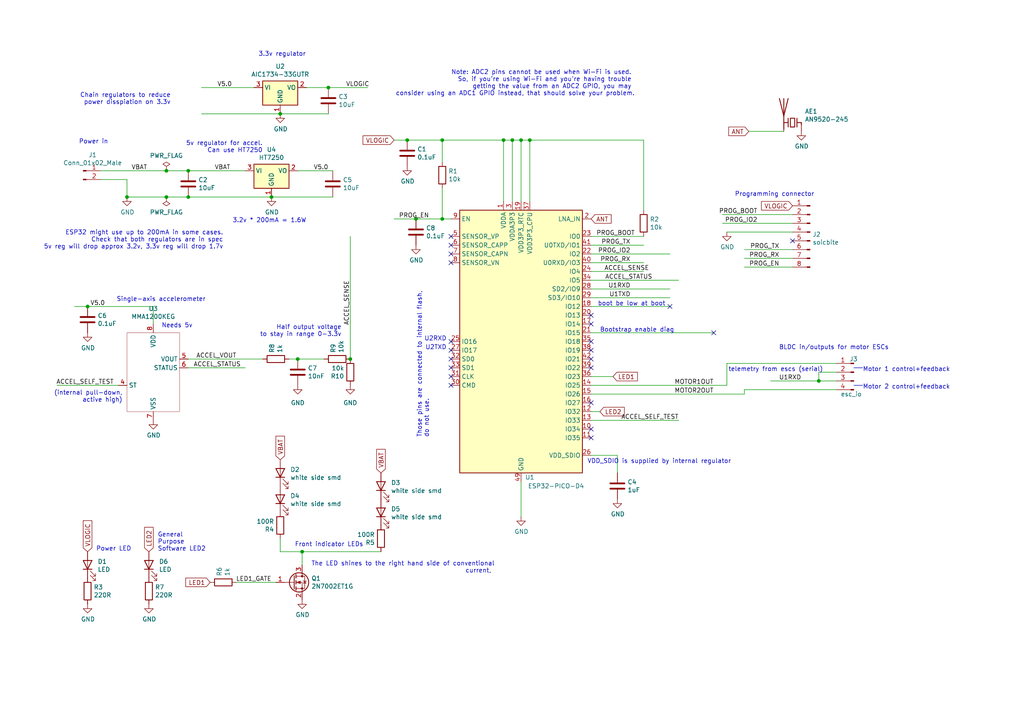
<source format=kicad_sch>
(kicad_sch (version 20200714) (host eeschema "5.99.0-unknown-9f20c61~102~ubuntu18.04.1")
  (page 1 1)
  (paper "A4")
  (title_block (title "Melty thing") (date "2020-07-05"))
  (lib_symbols
    (symbol "Connector:Conn_01x04_Male" (pin_names hide)
      (property "Reference" "J" (at 0 5.08 0))
      (property "Value" "Conn_01x04_Male" (at 0 -7.62 0))
      (symbol "Conn_01x04_Male_1_1"
        (rectangle (start 0.8636 -4.953) (end 0 -5.207) (stroke (width 0.1524)) (fill (type outline)))
        (rectangle (start 0.8636 -2.413) (end 0 -2.667) (stroke (width 0.1524)) (fill (type outline)))
        (rectangle (start 0.8636 0.127) (end 0 -0.127) (stroke (width 0.1524)) (fill (type outline)))
        (rectangle (start 0.8636 2.667) (end 0 2.413) (stroke (width 0.1524)) (fill (type outline)))
        (polyline (pts (xy 1.27 -5.08) (xy 0.8636 -5.08)) (stroke (width 0.1524)))
        (polyline (pts (xy 1.27 -2.54) (xy 0.8636 -2.54)) (stroke (width 0.1524)))
        (polyline (pts (xy 1.27 0) (xy 0.8636 0)) (stroke (width 0.1524)))
        (polyline (pts (xy 1.27 2.54) (xy 0.8636 2.54)) (stroke (width 0.1524)))
        (pin passive line (at 5.08 2.54 180) (length 3.81) (name "Pin_1") (number "1"))
        (pin passive line (at 5.08 0 180) (length 3.81) (name "Pin_2") (number "2"))
        (pin passive line (at 5.08 -2.54 180) (length 3.81) (name "Pin_3") (number "3"))
        (pin passive line (at 5.08 -5.08 180) (length 3.81) (name "Pin_4") (number "4"))
      )
    )
    (symbol "Connector:Conn_01x08_Male" (pin_names hide)
      (property "Reference" "J" (at 0 10.16 0))
      (property "Value" "Conn_01x08_Male" (at 0 -12.7 0))
      (symbol "Conn_01x08_Male_1_1"
        (rectangle (start 0.8636 -10.033) (end 0 -10.287) (stroke (width 0.1524)) (fill (type outline)))
        (rectangle (start 0.8636 -7.493) (end 0 -7.747) (stroke (width 0.1524)) (fill (type outline)))
        (rectangle (start 0.8636 -4.953) (end 0 -5.207) (stroke (width 0.1524)) (fill (type outline)))
        (rectangle (start 0.8636 -2.413) (end 0 -2.667) (stroke (width 0.1524)) (fill (type outline)))
        (rectangle (start 0.8636 0.127) (end 0 -0.127) (stroke (width 0.1524)) (fill (type outline)))
        (rectangle (start 0.8636 2.667) (end 0 2.413) (stroke (width 0.1524)) (fill (type outline)))
        (rectangle (start 0.8636 5.207) (end 0 4.953) (stroke (width 0.1524)) (fill (type outline)))
        (rectangle (start 0.8636 7.747) (end 0 7.493) (stroke (width 0.1524)) (fill (type outline)))
        (polyline (pts (xy 1.27 -10.16) (xy 0.8636 -10.16)) (stroke (width 0.1524)))
        (polyline (pts (xy 1.27 -7.62) (xy 0.8636 -7.62)) (stroke (width 0.1524)))
        (polyline (pts (xy 1.27 -5.08) (xy 0.8636 -5.08)) (stroke (width 0.1524)))
        (polyline (pts (xy 1.27 -2.54) (xy 0.8636 -2.54)) (stroke (width 0.1524)))
        (polyline (pts (xy 1.27 0) (xy 0.8636 0)) (stroke (width 0.1524)))
        (polyline (pts (xy 1.27 2.54) (xy 0.8636 2.54)) (stroke (width 0.1524)))
        (polyline (pts (xy 1.27 5.08) (xy 0.8636 5.08)) (stroke (width 0.1524)))
        (polyline (pts (xy 1.27 7.62) (xy 0.8636 7.62)) (stroke (width 0.1524)))
        (pin passive line (at 5.08 7.62 180) (length 3.81) (name "Pin_1") (number "1"))
        (pin passive line (at 5.08 5.08 180) (length 3.81) (name "Pin_2") (number "2"))
        (pin passive line (at 5.08 2.54 180) (length 3.81) (name "Pin_3") (number "3"))
        (pin passive line (at 5.08 0 180) (length 3.81) (name "Pin_4") (number "4"))
        (pin passive line (at 5.08 -2.54 180) (length 3.81) (name "Pin_5") (number "5"))
        (pin passive line (at 5.08 -5.08 180) (length 3.81) (name "Pin_6") (number "6"))
        (pin passive line (at 5.08 -7.62 180) (length 3.81) (name "Pin_7") (number "7"))
        (pin passive line (at 5.08 -10.16 180) (length 3.81) (name "Pin_8") (number "8"))
      )
    )
    (symbol "Device:Antenna_Chip" (pin_numbers hide) (pin_names hide)
      (property "Reference" "AE" (at 0 5.08 0))
      (property "Value" "Antenna_Chip" (at 0 3.175 0))
      (symbol "Antenna_Chip_0_1"
        (polyline (pts (xy -2.54 0) (xy -2.54 -0.635)) (stroke (width 0.254)))
        (polyline (pts (xy -2.54 0) (xy -1.27 0)) (stroke (width 0.254)))
        (polyline (pts (xy 1.27 0) (xy 2.54 0)) (stroke (width 0.254)))
        (polyline (pts (xy 1.27 1.27) (xy 1.27 -1.27)) (stroke (width 0.254)))
        (polyline (pts (xy 2.54 -0.635) (xy 2.54 0)))
        (polyline (pts (xy 2.54 6.985) (xy 2.54 -1.905)) (stroke (width 0.254)))
        (polyline (pts (xy -1.27 1.27) (xy -1.27 -1.27) (xy -1.27 0)) (stroke (width 0.254)))
        (polyline (pts (xy 3.81 6.985) (xy 2.54 1.905) (xy 1.27 6.985)) (stroke (width 0.254)))
        (polyline (pts (xy -0.635 1.27) (xy 0.635 1.27) (xy 0.635 -1.27) (xy -0.635 -1.27) (xy -0.635 1.27)) (stroke (width 0.254)))
      )
      (symbol "Antenna_Chip_1_1"
        (pin input line (at -2.54 -2.54 90) (length 2.54) (name "FEED") (number "1"))
        (pin passive line (at 2.54 -2.54 90) (length 2.54) (name "PCB_Trace") (number "2"))
      )
    )
    (symbol "Device:C" (pin_numbers hide) (pin_names (offset 0.254))
      (property "Reference" "C" (at 0.635 2.54 0))
      (property "Value" "C" (at 0.635 -2.54 0))
      (symbol "C_0_1"
        (polyline (pts (xy -2.032 -0.762) (xy 2.032 -0.762)) (stroke (width 0.508)))
        (polyline (pts (xy -2.032 0.762) (xy 2.032 0.762)) (stroke (width 0.508)))
      )
      (symbol "C_1_1"
        (pin passive line (at 0 3.81 270) (length 2.794) (name "~") (number "1"))
        (pin passive line (at 0 -3.81 90) (length 2.794) (name "~") (number "2"))
      )
    )
    (symbol "Device:LED" (pin_numbers hide) (pin_names hide)
      (property "Reference" "D" (at 0 2.54 0))
      (property "Value" "LED" (at 0 -2.54 0))
      (symbol "LED_0_1"
        (polyline (pts (xy -1.27 -1.27) (xy -1.27 1.27)) (stroke (width 0.254)))
        (polyline (pts (xy -1.27 0) (xy 1.27 0)))
        (polyline (pts (xy 1.27 -1.27) (xy 1.27 1.27) (xy -1.27 0) (xy 1.27 -1.27)) (stroke (width 0.254)))
        (polyline (pts (xy -3.048 -0.762) (xy -4.572 -2.286) (xy -3.81 -2.286) (xy -4.572 -2.286) (xy -4.572 -1.524)))
        (polyline (pts (xy -1.778 -0.762) (xy -3.302 -2.286) (xy -2.54 -2.286) (xy -3.302 -2.286) (xy -3.302 -1.524)))
      )
      (symbol "LED_1_1"
        (pin passive line (at -3.81 0 0) (length 2.54) (name "K") (number "1"))
        (pin passive line (at 3.81 0 180) (length 2.54) (name "A") (number "2"))
      )
    )
    (symbol "Device:R" (pin_numbers hide) (pin_names (offset 0))
      (property "Reference" "R" (at 2.032 0 90))
      (property "Value" "R" (at 0 0 90))
      (symbol "R_0_1"
        (rectangle (start -1.016 -2.54) (end 1.016 2.54) (stroke (width 0.254)))
      )
      (symbol "R_1_1"
        (pin passive line (at 0 3.81 270) (length 1.27) (name "~") (number "1"))
        (pin passive line (at 0 -3.81 90) (length 1.27) (name "~") (number "2"))
      )
    )
    (symbol "RF_Module:ESP32-PICO-D4" (pin_names (offset 0.508))
      (property "Reference" "U" (at -17.78 39.37 0))
      (property "Value" "ESP32-PICO-D4" (at 3.81 39.37 0))
      (symbol "ESP32-PICO-D4_0_1"
        (rectangle (start -17.78 38.1) (end 17.78 -38.1) (stroke (width 0.254)) (fill (type background)))
      )
      (symbol "ESP32-PICO-D4_0_0"
        (pin power_in line (at -5.08 40.64 270) (length 2.54) (name "VDDA") (number "1"))
        (pin input line (at 20.32 -25.4 180) (length 2.54) (name "IO34") (number "10"))
        (pin input line (at 20.32 -27.94 180) (length 2.54) (name "IO35") (number "11"))
        (pin bidirectional line (at 20.32 -20.32 180) (length 2.54) (name "IO32") (number "12"))
        (pin bidirectional line (at 20.32 -22.86 180) (length 2.54) (name "IO33") (number "13"))
        (pin bidirectional line (at 20.32 -12.7 180) (length 2.54) (name "IO25") (number "14"))
        (pin bidirectional line (at 20.32 -15.24 180) (length 2.54) (name "IO26") (number "15"))
        (pin bidirectional line (at 20.32 -17.78 180) (length 2.54) (name "IO27") (number "16"))
        (pin bidirectional line (at 20.32 5.08 180) (length 2.54) (name "IO14") (number "17"))
        (pin bidirectional line (at 20.32 10.16 180) (length 2.54) (name "IO12") (number "18"))
        (pin power_in line (at 0 40.64 270) (length 2.54) (name "VDD3P3_RTC") (number "19"))
        (pin bidirectional line (at 20.32 35.56 180) (length 2.54) (name "LNA_IN") (number "2"))
        (pin bidirectional line (at 20.32 7.62 180) (length 2.54) (name "IO13") (number "20"))
        (pin bidirectional line (at 20.32 2.54 180) (length 2.54) (name "IO15") (number "21"))
        (pin bidirectional line (at 20.32 25.4 180) (length 2.54) (name "IO2") (number "22"))
        (pin bidirectional line (at 20.32 30.48 180) (length 2.54) (name "IO0") (number "23"))
        (pin bidirectional line (at 20.32 20.32 180) (length 2.54) (name "IO4") (number "24"))
        (pin bidirectional line (at -20.32 0 0) (length 2.54) (name "IO16") (number "25"))
        (pin power_out line (at 20.32 -33.02 180) (length 2.54) (name "VDD_SDIO") (number "26"))
        (pin bidirectional line (at -20.32 -2.54 0) (length 2.54) (name "IO17") (number "27"))
        (pin bidirectional line (at 20.32 15.24 180) (length 2.54) (name "SD2/IO9") (number "28"))
        (pin bidirectional line (at 20.32 12.7 180) (length 2.54) (name "SD3/IO10") (number "29"))
        (pin power_in line (at -2.54 40.64 270) (length 2.54) (name "VDDA3P3") (number "3"))
        (pin bidirectional line (at -20.32 -12.7 0) (length 2.54) (name "CMD") (number "30"))
        (pin bidirectional line (at -20.32 -10.16 0) (length 2.54) (name "CLK") (number "31"))
        (pin bidirectional line (at -20.32 -5.08 0) (length 2.54) (name "SD0") (number "32"))
        (pin bidirectional line (at -20.32 -7.62 0) (length 2.54) (name "SD1") (number "33"))
        (pin bidirectional line (at 20.32 17.78 180) (length 2.54) (name "IO5") (number "34"))
        (pin bidirectional line (at 20.32 0 180) (length 2.54) (name "IO18") (number "35"))
        (pin bidirectional line (at 20.32 -10.16 180) (length 2.54) (name "IO23") (number "36"))
        (pin power_in line (at 2.54 40.64 270) (length 2.54) (name "VDD3P3_CPU") (number "37"))
        (pin bidirectional line (at 20.32 -2.54 180) (length 2.54) (name "IO19") (number "38"))
        (pin bidirectional line (at 20.32 -7.62 180) (length 2.54) (name "IO22") (number "39"))
        (pin passive line (at -2.54 40.64 270) (length 2.54) hide (name "VDDA3P3") (number "4"))
        (pin bidirectional line (at 20.32 22.86 180) (length 2.54) (name "U0RXD/IO3") (number "40"))
        (pin bidirectional line (at 20.32 27.94 180) (length 2.54) (name "U0TXD/IO1") (number "41"))
        (pin bidirectional line (at 20.32 -5.08 180) (length 2.54) (name "IO21") (number "42"))
        (pin passive line (at -5.08 40.64 270) (length 2.54) hide (name "VDDA") (number "43"))
        (pin unconnected line (at -17.78 -25.4 0) (length 2.54) hide (name "XTAL_N_NC") (number "44"))
        (pin unconnected line (at -17.78 -27.94 0) (length 2.54) hide (name "XTAL_P_NC") (number "45"))
        (pin passive line (at -5.08 40.64 270) (length 2.54) hide (name "VDDA") (number "46"))
        (pin unconnected line (at -17.78 -30.48 0) (length 2.54) hide (name "CAP2_NC") (number "47"))
        (pin unconnected line (at -17.78 -33.02 0) (length 2.54) hide (name "CAP1_NC") (number "48"))
        (pin power_in line (at 0 -40.64 90) (length 2.54) (name "GND") (number "49"))
        (pin input line (at -20.32 30.48 0) (length 2.54) (name "SENSOR_VP") (number "5"))
        (pin input line (at -20.32 27.94 0) (length 2.54) (name "SENSOR_CAPP") (number "6"))
        (pin input line (at -20.32 25.4 0) (length 2.54) (name "SENSOR_CAPN") (number "7"))
        (pin input line (at -20.32 22.86 0) (length 2.54) (name "SENSOR_VN") (number "8"))
        (pin input line (at -20.32 35.56 0) (length 2.54) (name "EN") (number "9"))
      )
    )
    (symbol "Transistor_FET:AO3400A" (pin_names (offset 0.508) hide)
      (property "Reference" "Q" (at 5.08 1.905 0))
      (property "Value" "AO3400A" (at 5.08 0 0))
      (symbol "AO3400A_0_1"
        (circle (center 1.651 0) (radius 2.794) (stroke (width 0.254)))
        (circle (center 2.54 -1.778) (radius 0.254) (fill (type outline)))
        (circle (center 2.54 1.778) (radius 0.254) (fill (type outline)))
        (polyline (pts (xy 0.254 0) (xy -2.54 0)))
        (polyline (pts (xy 0.254 1.905) (xy 0.254 -1.905)) (stroke (width 0.254)))
        (polyline (pts (xy 0.762 -1.27) (xy 0.762 -2.286)) (stroke (width 0.254)))
        (polyline (pts (xy 0.762 0.508) (xy 0.762 -0.508)) (stroke (width 0.254)))
        (polyline (pts (xy 0.762 2.286) (xy 0.762 1.27)) (stroke (width 0.254)))
        (polyline (pts (xy 2.54 2.54) (xy 2.54 1.778)))
        (polyline (pts (xy 2.54 -2.54) (xy 2.54 0) (xy 0.762 0)))
        (polyline (pts (xy 0.762 -1.778) (xy 3.302 -1.778) (xy 3.302 1.778) (xy 0.762 1.778)))
        (polyline (pts (xy 1.016 0) (xy 2.032 0.381) (xy 2.032 -0.381) (xy 1.016 0)) (fill (type outline)))
        (polyline (pts (xy 2.794 0.508) (xy 2.921 0.381) (xy 3.683 0.381) (xy 3.81 0.254)))
        (polyline (pts (xy 3.302 0.381) (xy 2.921 -0.254) (xy 3.683 -0.254) (xy 3.302 0.381)))
      )
      (symbol "AO3400A_1_1"
        (pin input line (at -5.08 0 0) (length 2.54) (name "G") (number "1"))
        (pin passive line (at 2.54 -5.08 90) (length 2.54) (name "S") (number "2"))
        (pin passive line (at 2.54 5.08 270) (length 2.54) (name "D") (number "3"))
      )
    )
    (symbol "malenki-nano-rescue:Conn_01x02_Male-Connector" (pin_names hide)
      (property "Reference" "J" (at 0 2.54 0))
      (property "Value" "Conn_01x02_Male-Connector" (at 0 -5.08 0))
      (symbol "Conn_01x02_Male-Connector_1_1"
        (rectangle (start 0.8636 -2.413) (end 0 -2.667) (fill (type outline)))
        (rectangle (start 0.8636 0.127) (end 0 -0.127) (fill (type outline)))
        (polyline (pts (xy 1.27 -2.54) (xy 0.8636 -2.54)))
        (polyline (pts (xy 1.27 0) (xy 0.8636 0)))
        (pin passive line (at 5.08 0 180) (length 3.81) (name "Pin_1") (number "1"))
        (pin passive line (at 5.08 -2.54 180) (length 3.81) (name "Pin_2") (number "2"))
      )
    )
    (symbol "malenki-nano-rescue:GND-power" (power) (pin_names (offset 0))
      (property "Value" "GND-power" (at 0 -3.81 0))
      (symbol "GND-power_0_1"
        (polyline (pts (xy 0 0) (xy 0 -1.27) (xy 1.27 -1.27) (xy 0 -2.54) (xy -1.27 -1.27) (xy 0 -1.27)))
      )
      (symbol "GND-power_1_1"
        (pin power_in line (at 0 0 270) (length 0) hide (name "GND") (number "1"))
      )
    )
    (symbol "malenki-nano-rescue:PWR_FLAG-power" (power) (pin_numbers hide) (pin_names (offset 0) hide)
      (property "Value" "PWR_FLAG-power" (at 0 3.81 0))
      (symbol "PWR_FLAG-power_0_1"
        (polyline (pts (xy 0 0) (xy 0 1.27) (xy -1.016 1.905) (xy 0 2.54) (xy 1.016 1.905) (xy 0 1.27)))
      )
      (symbol "PWR_FLAG-power_0_0"
        (pin power_out line (at 0 0 90) (length 0) (name "pwr") (number "1"))
      )
    )
    (symbol "melty1:HT7233"
      (property "Reference" "U" (at 0 1.27 0))
      (property "Value" "HT7233" (at 1.27 0 0))
      (symbol "HT7233_1_1"
        (rectangle (start -5.08 -8.89) (end 5.08 -1.905) (stroke (width 0.254)) (fill (type background)))
        (pin power_in line (at 0 -11.43 90) (length 2.54) (name "GND") (number "1"))
        (pin power_out line (at 7.62 -3.81 180) (length 2.54) (name "VO") (number "2"))
        (pin power_in line (at -7.62 -3.81 0) (length 2.54) (name "VI") (number "3"))
      )
    )
    (symbol "melty1:MMA1200KEG"
      (property "Reference" "U" (at 8.89 13.97 0))
      (property "Value" "MMA1200KEG" (at 7.62 16.51 0))
      (symbol "MMA1200KEG_0_1"
        (rectangle (start -7.62 15.24) (end 7.62 -7.62) (stroke (width 0.0006)))
      )
      (symbol "MMA1200KEG_1_1"
        (pin unconnected line (at -10.16 7.62 0) (length 2.54) hide (name "NC") (number "1"))
        (pin unconnected line (at -10.16 5.08 0) (length 2.54) hide (name "NC") (number "2"))
        (pin unconnected line (at -10.16 2.54 0) (length 2.54) hide (name "NC") (number "3"))
        (pin input line (at -10.16 0 0) (length 2.54) (name "ST") (number "4"))
        (pin output line (at 10.16 7.62 180) (length 2.54) (name "VOUT") (number "5"))
        (pin output line (at 10.16 5.08 180) (length 2.54) (name "STATUS") (number "6"))
        (pin power_in line (at 0 -10.16 90) (length 2.54) (name "VSS") (number "7"))
        (pin power_in line (at 0 17.78 270) (length 2.54) (name "VDD") (number "8"))
        (pin unconnected line (at 10.16 2.54 180) (length 2.54) hide (name "NC") (number "9"))
        (pin unconnected line (at 10.16 1.27 180) (length 2.54) hide (name "NC") (number "10"))
        (pin unconnected line (at 10.16 0 180) (length 2.54) hide (name "NC") (number "11"))
        (pin unconnected line (at 10.16 -1.27 180) (length 2.54) hide (name "NC") (number "12"))
        (pin unconnected line (at 10.16 -2.54 180) (length 2.54) hide (name "NC") (number "13"))
        (pin unconnected line (at 10.16 -3.81 180) (length 2.54) hide (name "NC") (number "14"))
        (pin unconnected line (at 10.16 -5.08 180) (length 2.54) hide (name "NC") (number "15"))
        (pin unconnected line (at 10.16 -6.35 180) (length 2.54) hide (name "NC") (number "16"))
      )
    )
    (symbol "power:GND" (power) (pin_names (offset 0))
      (property "Value" "GND" (at 0 -3.81 0))
      (symbol "GND_0_1"
        (polyline (pts (xy 0 0) (xy 0 -1.27) (xy 1.27 -1.27) (xy 0 -2.54) (xy -1.27 -1.27) (xy 0 -1.27)))
      )
      (symbol "GND_1_1"
        (pin power_in line (at 0 0 270) (length 0) hide (name "GND") (number "1"))
      )
    )
  )
  (junction (at 25.4 88.9))
  (junction (at 36.83 57.15))
  (junction (at 48.26 49.53))
  (junction (at 48.26 57.15))
  (junction (at 54.61 49.53))
  (junction (at 54.61 57.15))
  (junction (at 78.74 57.15))
  (junction (at 81.28 33.02))
  (junction (at 86.36 104.14))
  (junction (at 87.63 160.02))
  (junction (at 95.25 25.4))
  (junction (at 101.6 104.14))
  (junction (at 118.11 40.64))
  (junction (at 120.65 63.5))
  (junction (at 128.27 40.64))
  (junction (at 128.27 63.5))
  (junction (at 146.05 40.64))
  (junction (at 148.59 40.64))
  (junction (at 151.13 40.64))
  (junction (at 153.67 40.64))
  (junction (at 237.49 110.49))
  (no_connect (at 207.01 96.52))
  (no_connect (at 130.81 104.14))
  (no_connect (at 171.45 127))
  (no_connect (at 171.45 93.98))
  (no_connect (at 130.81 71.12))
  (no_connect (at 130.81 106.68))
  (no_connect (at 130.81 99.06))
  (no_connect (at 171.45 116.84))
  (no_connect (at 130.81 111.76))
  (no_connect (at 130.81 101.6))
  (no_connect (at 171.45 99.06))
  (no_connect (at 229.87 69.85))
  (no_connect (at 171.45 106.68))
  (no_connect (at 171.45 91.44))
  (no_connect (at 171.45 101.6))
  (no_connect (at 194.31 88.9))
  (no_connect (at 130.81 73.66))
  (no_connect (at 130.81 68.58))
  (no_connect (at 171.45 104.14))
  (no_connect (at 130.81 109.22))
  (no_connect (at 171.45 124.46))
  (no_connect (at 130.81 76.2))
  (wire (pts (xy 16.51 111.76) (xy 34.29 111.76)))
  (wire (pts (xy 21.59 88.9) (xy 25.4 88.9)))
  (wire (pts (xy 25.4 88.9) (xy 44.45 88.9)))
  (wire (pts (xy 29.21 49.53) (xy 48.26 49.53)))
  (wire (pts (xy 29.21 52.07) (xy 36.83 52.07)))
  (wire (pts (xy 36.83 52.07) (xy 36.83 57.15)))
  (wire (pts (xy 36.83 57.15) (xy 48.26 57.15)))
  (wire (pts (xy 44.45 93.98) (xy 44.45 88.9)))
  (wire (pts (xy 48.26 49.53) (xy 54.61 49.53)))
  (wire (pts (xy 48.26 57.15) (xy 54.61 57.15)))
  (wire (pts (xy 54.61 49.53) (xy 71.12 49.53)))
  (wire (pts (xy 54.61 57.15) (xy 78.74 57.15)))
  (wire (pts (xy 54.61 104.14) (xy 76.2 104.14)))
  (wire (pts (xy 54.61 106.68) (xy 71.12 106.68)))
  (wire (pts (xy 58.42 25.4) (xy 73.66 25.4)))
  (wire (pts (xy 58.42 33.02) (xy 81.28 33.02)))
  (wire (pts (xy 68.58 168.91) (xy 80.01 168.91)))
  (wire (pts (xy 78.74 57.15) (xy 96.52 57.15)))
  (wire (pts (xy 81.28 33.02) (xy 95.25 33.02)))
  (wire (pts (xy 81.28 156.21) (xy 81.28 160.02)))
  (wire (pts (xy 81.28 160.02) (xy 87.63 160.02)))
  (wire (pts (xy 83.82 104.14) (xy 86.36 104.14)))
  (wire (pts (xy 86.36 49.53) (xy 96.52 49.53)))
  (wire (pts (xy 86.36 104.14) (xy 93.98 104.14)))
  (wire (pts (xy 87.63 160.02) (xy 87.63 163.83)))
  (wire (pts (xy 87.63 160.02) (xy 110.49 160.02)))
  (wire (pts (xy 95.25 25.4) (xy 88.9 25.4)))
  (wire (pts (xy 101.6 68.58) (xy 101.6 104.14)))
  (wire (pts (xy 106.68 25.4) (xy 95.25 25.4)))
  (wire (pts (xy 114.3 63.5) (xy 120.65 63.5)))
  (wire (pts (xy 118.11 40.64) (xy 114.3 40.64)))
  (wire (pts (xy 120.65 63.5) (xy 128.27 63.5)))
  (wire (pts (xy 128.27 40.64) (xy 118.11 40.64)))
  (wire (pts (xy 128.27 40.64) (xy 128.27 46.99)))
  (wire (pts (xy 128.27 63.5) (xy 128.27 54.61)))
  (wire (pts (xy 130.81 63.5) (xy 128.27 63.5)))
  (wire (pts (xy 146.05 40.64) (xy 128.27 40.64)))
  (wire (pts (xy 146.05 58.42) (xy 146.05 40.64)))
  (wire (pts (xy 148.59 40.64) (xy 146.05 40.64)))
  (wire (pts (xy 148.59 40.64) (xy 148.59 58.42)))
  (wire (pts (xy 151.13 40.64) (xy 148.59 40.64)))
  (wire (pts (xy 151.13 40.64) (xy 151.13 58.42)))
  (wire (pts (xy 151.13 139.7) (xy 151.13 149.86)))
  (wire (pts (xy 153.67 40.64) (xy 151.13 40.64)))
  (wire (pts (xy 153.67 58.42) (xy 153.67 40.64)))
  (wire (pts (xy 171.45 68.58) (xy 186.69 68.58)))
  (wire (pts (xy 171.45 71.12) (xy 186.69 71.12)))
  (wire (pts (xy 171.45 73.66) (xy 194.31 73.66)))
  (wire (pts (xy 171.45 76.2) (xy 186.69 76.2)))
  (wire (pts (xy 171.45 78.74) (xy 186.69 78.74)))
  (wire (pts (xy 171.45 81.28) (xy 196.85 81.28)))
  (wire (pts (xy 171.45 83.82) (xy 194.31 83.82)))
  (wire (pts (xy 171.45 86.36) (xy 194.31 86.36)))
  (wire (pts (xy 171.45 88.9) (xy 194.31 88.9)))
  (wire (pts (xy 171.45 96.52) (xy 207.01 96.52)))
  (wire (pts (xy 171.45 109.22) (xy 177.8 109.22)))
  (wire (pts (xy 171.45 111.76) (xy 210.82 111.76)))
  (wire (pts (xy 171.45 114.3) (xy 215.9 114.3)))
  (wire (pts (xy 171.45 119.38) (xy 173.99 119.38)))
  (wire (pts (xy 171.45 121.92) (xy 196.85 121.92)))
  (wire (pts (xy 171.45 132.08) (xy 179.07 132.08)))
  (wire (pts (xy 179.07 132.08) (xy 179.07 137.16)))
  (wire (pts (xy 186.69 40.64) (xy 153.67 40.64)))
  (wire (pts (xy 186.69 60.96) (xy 186.69 40.64)))
  (wire (pts (xy 209.55 62.23) (xy 229.87 62.23)))
  (wire (pts (xy 209.55 64.77) (xy 229.87 64.77)))
  (wire (pts (xy 210.82 67.31) (xy 229.87 67.31)))
  (wire (pts (xy 210.82 105.41) (xy 242.57 105.41)))
  (wire (pts (xy 210.82 111.76) (xy 210.82 105.41)))
  (wire (pts (xy 215.9 72.39) (xy 229.87 72.39)))
  (wire (pts (xy 215.9 74.93) (xy 229.87 74.93)))
  (wire (pts (xy 215.9 77.47) (xy 229.87 77.47)))
  (wire (pts (xy 215.9 113.03) (xy 215.9 114.3)))
  (wire (pts (xy 217.17 38.1) (xy 227.33 38.1)))
  (wire (pts (xy 223.52 110.49) (xy 237.49 110.49)))
  (wire (pts (xy 237.49 107.95) (xy 237.49 110.49)))
  (wire (pts (xy 237.49 110.49) (xy 242.57 110.49)))
  (wire (pts (xy 242.57 107.95) (xy 237.49 107.95)))
  (wire (pts (xy 242.57 113.03) (xy 215.9 113.03)))
  (polyline (pts (xy 247.65 106.68) (xy 250.19 106.68)) (stroke (width 0) (type solid)))
  (polyline (pts (xy 247.65 111.76) (xy 250.19 111.76)) (stroke (width 0) (type solid)))
  (text "Power in" (at 22.86 41.91 0) (effects (font (size 1.27 1.27)) (justify left bottom)))
  (text "(internal pull-down,\nactive high)" (at 35.56 116.84 180) (effects (font (size 1.27 1.27)) (justify right bottom)))
  (text "Power LED" (at 38.1 160.02 180) (effects (font (size 1.27 1.27)) (justify right bottom)))
  (text "General\nPurpose \nSoftware LED2" (at 45.72 160.02 0) (effects (font (size 1.27 1.27)) (justify left bottom)))
  (text "Chain regulators to reduce\npower disspiation on 3.3v" (at 49.53 30.48 0) (effects (font (size 1.27 1.27)) (justify right bottom)))
  (text "Needs 5v" (at 55.88 95.25 180) (effects (font (size 1.27 1.27)) (justify right bottom)))
  (text "Single-axis accelerometer" (at 59.69 87.63 180) (effects (font (size 1.27 1.27)) (justify right bottom)))
  (text "ESP32 might use up to 200mA in some cases.\nCheck that both regulators are in spec\n5v reg will drop approx 3.2v, 3.3v reg will drop 1.7v" (at 64.77 72.39 0) (effects (font (size 1.27 1.27)) (justify right bottom)))
  (text "3.3v regulator" (at 74.93 16.51 0) (effects (font (size 1.27 1.27)) (justify left bottom)))
  (text "5v regulator for accel.\nCan use HT7250" (at 76.2 44.45 180) (effects (font (size 1.27 1.27)) (justify right bottom)))
  (text "3.2v * 200mA = 1.6W" (at 88.9 64.77 180) (effects (font (size 1.27 1.27)) (justify right bottom)))
  (text "Half output voltage\nto stay in range 0-3.3v" (at 99.06 97.79 180) (effects (font (size 1.27 1.27)) (justify right bottom)))
  (text "Front indicator LEDs" (at 105.41 158.75 180) (effects (font (size 1.27 1.27)) (justify right bottom)))
  (text "Those pins are connected to internal flash,\ndo not use." (at 124.46 127 90) (effects (font (size 1.27 1.27)) (justify left bottom)))
  (text "U2RXD" (at 129.54 99.06 180) (effects (font (size 1.27 1.27)) (justify right bottom)))
  (text "U2TXD" (at 129.54 101.6 180) (effects (font (size 1.27 1.27)) (justify right bottom)))
  (text "The LED shines to the right hand side of conventional\ncurrent, " (at 143.51 166.37 0) (effects (font (size 1.27 1.27)) (justify right bottom)))
  (text "Note: ADC2 pins cannot be used when Wi-Fi is used. \nSo, if you’re using Wi-Fi and you’re having trouble \ngetting the value from an ADC2 GPIO, you may \nconsider using an ADC1 GPIO instead, that should solve your problem." (at 184.15 27.94 0) (effects (font (size 1.27 1.27)) (justify right bottom)))
  (text "boot be low at boot" (at 193.04 88.9 180) (effects (font (size 1.27 1.27)) (justify right bottom)))
  (text "Bootstrap enable diag" (at 195.58 96.52 180) (effects (font (size 1.27 1.27)) (justify right bottom)))
  (text "VDD_SDIO is supplied by internal regulator" (at 212.09 134.62 180) (effects (font (size 1.27 1.27)) (justify right bottom)))
  (text "Programming connector" (at 236.22 57.15 180) (effects (font (size 1.27 1.27)) (justify right bottom)))
  (text "telemetry from escs (serial)" (at 238.76 107.95 180) (effects (font (size 1.27 1.27)) (justify right bottom)))
  (text "BLDC in/outputs for motor ESCs" (at 257.81 101.6 180) (effects (font (size 1.27 1.27)) (justify right bottom)))
  (text "Motor 1 control+feedback" (at 275.59 107.95 180) (effects (font (size 1.27 1.27)) (justify right bottom)))
  (text "Motor 2 control+feedback" (at 275.59 113.03 180) (effects (font (size 1.27 1.27)) (justify right bottom)))
  (label "V5.0" (at 30.48 88.9 180))
  (label "ACCEL_SELF_TEST" (at 33.02 111.76 180))
  (label "VBAT" (at 38.1 49.53 0))
  (label "VBAT" (at 62.23 49.53 0))
  (label "V5.0" (at 67.31 25.4 180))
  (label "ACCEL_VOUT" (at 68.58 104.14 180))
  (label "ACCEL_STATUS" (at 69.85 106.68 180))
  (label "LED1_GATE" (at 78.74 168.91 180))
  (label "V5.0" (at 95.25 49.53 180))
  (label "VLOGIC" (at 100.33 25.4 0))
  (label "ACCEL_SENSE" (at 101.6 81.28 270))
  (label "PROG_EN" (at 124.46 63.5 180))
  (label "ACCEL_SENSE" (at 175.26 78.74 0))
  (label "PROG_TX" (at 182.88 71.12 180))
  (label "PROG_IO2" (at 182.88 73.66 180))
  (label "PROG_RX" (at 182.88 76.2 180))
  (label "U1RXD" (at 182.88 83.82 180))
  (label "U1TXD" (at 182.88 86.36 180))
  (label "PROG_BOOT" (at 184.15 68.58 180))
  (label "ACCEL_STATUS" (at 189.23 81.28 180))
  (label "ACCEL_SELF_TEST" (at 196.85 121.92 180))
  (label "MOTOR1OUT" (at 207.01 111.76 180))
  (label "MOTOR2OUT" (at 207.01 114.3 180))
  (label "PROG_BOOT" (at 219.71 62.23 180))
  (label "PROG_IO2" (at 219.71 64.77 180))
  (label "PROG_TX" (at 226.06 72.39 180))
  (label "PROG_RX" (at 226.06 74.93 180))
  (label "PROG_EN" (at 226.06 77.47 180))
  (label "U1RXD" (at 232.41 110.49 180))
  (global_label "VLOGIC" (shape input) (at 25.4 160.02 90))
  (global_label "LED2" (shape input) (at 43.18 160.02 90))
  (global_label "LED1" (shape input) (at 60.96 168.91 180))
  (global_label "VBAT" (shape input) (at 81.28 133.35 90))
  (global_label "VBAT" (shape input) (at 110.49 137.16 90))
  (global_label "VLOGIC" (shape input) (at 114.3 40.64 180))
  (global_label "ANT" (shape input) (at 171.45 63.5 0))
  (global_label "LED2" (shape input) (at 173.99 119.38 0))
  (global_label "LED1" (shape input) (at 177.8 109.22 0))
  (global_label "ANT" (shape input) (at 217.17 38.1 180))
  (global_label "VLOGIC" (shape input) (at 229.87 59.69 180))
  (symbol (lib_id "malenki-nano-rescue:PWR_FLAG-power") (at 48.26 49.53 0) (unit 1)
    (property "Reference" "#FLG0101" (effects hide))
    (property "Value" "PWR_FLAG" (at 48.26 45.1358 0))
  )
  (symbol (lib_id "malenki-nano-rescue:PWR_FLAG-power") (at 48.26 57.15 180) (unit 1)
    (property "Reference" "#FLG0102" (effects hide))
    (property "Value" "PWR_FLAG" (at 48.26 61.5442 0))
  )
  (symbol (lib_id "malenki-nano-rescue:GND-power") (at 25.4 96.52 0) (unit 1)
    (property "Reference" "#PWR011" (effects hide))
    (property "Value" "GND" (at 25.527 100.9142 0))
  )
  (symbol (lib_id "power:GND") (at 25.4 175.26 0) (unit 1)
    (property "Reference" "#PWR05" (effects hide))
    (property "Value" "GND" (at 25.5143 179.5844 0))
  )
  (symbol (lib_id "malenki-nano-rescue:GND-power") (at 36.83 57.15 0) (unit 1)
    (property "Reference" "#PWR0101" (effects hide))
    (property "Value" "GND" (at 36.957 61.5442 0))
  )
  (symbol (lib_id "power:GND") (at 43.18 175.26 0) (unit 1)
    (property "Reference" "#PWR07" (effects hide))
    (property "Value" "GND" (at 43.2943 179.5844 0))
  )
  (symbol (lib_id "power:GND") (at 44.45 121.92 0) (unit 1)
    (property "Reference" "#PWR09" (effects hide))
    (property "Value" "GND" (at 44.5643 126.2444 0))
  )
  (symbol (lib_id "malenki-nano-rescue:GND-power") (at 78.74 57.15 0) (unit 1)
    (property "Reference" "#PWR010" (effects hide))
    (property "Value" "GND" (at 78.867 61.5442 0))
  )
  (symbol (lib_id "malenki-nano-rescue:GND-power") (at 81.28 33.02 0) (unit 1)
    (property "Reference" "#PWR0103" (effects hide))
    (property "Value" "GND" (at 81.407 37.4142 0))
  )
  (symbol (lib_id "power:GND") (at 86.36 111.76 0) (unit 1)
    (property "Reference" "#PWR08" (effects hide))
    (property "Value" "GND" (at 86.36 116.84 0))
  )
  (symbol (lib_id "power:GND") (at 87.63 173.99 0) (unit 1)
    (property "Reference" "#PWR06" (effects hide))
    (property "Value" "GND" (at 87.7443 178.3144 0))
  )
  (symbol (lib_id "power:GND") (at 101.6 111.76 0) (unit 1)
    (property "Reference" "#PWR012" (effects hide))
    (property "Value" "GND" (at 101.6 116.84 0))
  )
  (symbol (lib_id "power:GND") (at 118.11 48.26 0) (unit 1)
    (property "Reference" "#PWR01" (effects hide))
    (property "Value" "GND" (at 118.2243 52.5844 0))
  )
  (symbol (lib_id "power:GND") (at 120.65 71.12 0) (unit 1)
    (property "Reference" "#PWR013" (effects hide))
    (property "Value" "GND" (at 120.7643 75.4444 0))
  )
  (symbol (lib_id "power:GND") (at 151.13 149.86 0) (unit 1)
    (property "Reference" "#PWR02" (effects hide))
    (property "Value" "GND" (at 151.2443 154.1844 0))
  )
  (symbol (lib_id "power:GND") (at 179.07 144.78 0) (unit 1)
    (property "Reference" "#PWR03" (effects hide))
    (property "Value" "GND" (at 179.1843 149.1044 0))
  )
  (symbol (lib_id "power:GND") (at 210.82 67.31 0) (unit 1)
    (property "Reference" "#PWR0102" (effects hide))
    (property "Value" "GND" (at 210.9343 71.6344 0))
  )
  (symbol (lib_id "power:GND") (at 232.41 38.1 0) (unit 1)
    (property "Reference" "#PWR04" (effects hide))
    (property "Value" "GND" (at 232.5243 42.4244 0))
  )
  (symbol (lib_id "Device:R") (at 25.4 171.45 0) (unit 1)
    (property "Reference" "R3" (at 27.1781 170.3006 0) (effects (justify left)))
    (property "Value" "220R" (at 27.1781 172.5993 0) (effects (justify left)))
    (property "Footprint" "Resistor_SMD:R_0603_1608Metric" (effects hide))
  )
  (symbol (lib_id "Device:R") (at 43.18 171.45 0) (unit 1)
    (property "Reference" "R7" (at 44.9581 170.3006 0) (effects (justify left)))
    (property "Value" "220R" (at 44.958 172.599 0) (effects (justify left)))
    (property "Footprint" "Resistor_SMD:R_0603_1608Metric" (effects hide))
  )
  (symbol (lib_id "Device:R") (at 64.77 168.91 90) (unit 1)
    (property "Reference" "R6" (at 63.6206 167.1319 0) (effects (justify left)))
    (property "Value" "1k" (at 65.9193 167.1319 0) (effects (justify left)))
    (property "Footprint" "Resistor_SMD:R_0603_1608Metric" (effects hide))
  )
  (symbol (lib_id "Device:R") (at 80.01 104.14 90) (unit 1)
    (property "Reference" "R8" (at 78.8606 102.3619 0) (effects (justify left)))
    (property "Value" "1k" (at 81.1593 102.3619 0) (effects (justify left)))
    (property "Footprint" "Resistor_SMD:R_0603_1608Metric" (effects hide))
  )
  (symbol (lib_id "Device:R") (at 81.28 152.4 180) (unit 1)
    (property "Reference" "R4" (at 79.5019 153.5494 0) (effects (justify left)))
    (property "Value" "100R" (at 79.5019 151.2507 0) (effects (justify left)))
    (property "Footprint" "Resistor_SMD:R_0603_1608Metric" (effects hide))
  )
  (symbol (lib_id "Device:R") (at 97.79 104.14 90) (unit 1)
    (property "Reference" "R9" (at 96.6406 102.3619 0) (effects (justify left)))
    (property "Value" "10k" (at 98.9393 102.3619 0) (effects (justify left)))
    (property "Footprint" "Resistor_SMD:R_0603_1608Metric" (effects hide))
  )
  (symbol (lib_id "Device:R") (at 101.6 107.95 180) (unit 1)
    (property "Reference" "R10" (at 99.8219 109.0994 0) (effects (justify left)))
    (property "Value" "10k" (at 99.8219 106.8007 0) (effects (justify left)))
    (property "Footprint" "Resistor_SMD:R_0603_1608Metric" (effects hide))
  )
  (symbol (lib_id "Device:R") (at 110.49 156.21 180) (unit 1)
    (property "Reference" "R5" (at 108.7119 157.3594 0) (effects (justify left)))
    (property "Value" "100R" (at 108.7119 155.0607 0) (effects (justify left)))
    (property "Footprint" "Resistor_SMD:R_0603_1608Metric" (effects hide))
  )
  (symbol (lib_id "Device:R") (at 128.27 50.8 0) (unit 1)
    (property "Reference" "R1" (at 130.0481 49.6506 0) (effects (justify left)))
    (property "Value" "10k" (at 130.0481 51.9493 0) (effects (justify left)))
    (property "Footprint" "Resistor_SMD:R_0603_1608Metric" (effects hide))
  )
  (symbol (lib_id "Device:R") (at 186.69 64.77 0) (unit 1)
    (property "Reference" "R2" (at 188.4681 63.6206 0) (effects (justify left)))
    (property "Value" "10k" (at 188.4681 65.9193 0) (effects (justify left)))
    (property "Footprint" "Resistor_SMD:R_0603_1608Metric" (effects hide))
  )
  (symbol (lib_id "malenki-nano-rescue:Conn_01x02_Male-Connector") (at 24.13 49.53 0) (unit 1)
    (property "Reference" "J1" (at 26.8732 44.9326 0))
    (property "Value" "Conn_01x02_Male" (at 26.8732 47.244 0))
    (property "Footprint" "Connector_Wire:SolderWire-0.5sqmm_1x02_P4.6mm_D0.9mm_OD2.1mm" (effects hide))
  )
  (symbol (lib_id "Device:LED") (at 25.4 163.83 90) (unit 1)
    (property "Reference" "D1" (at 28.3211 162.8711 90) (effects (justify right)))
    (property "Value" "LED" (at 28.3211 165.1698 90) (effects (justify right)))
    (property "Footprint" "LED_SMD:LED_0805_2012Metric_Castellated" (effects hide))
  )
  (symbol (lib_id "Device:LED") (at 43.18 163.83 90) (unit 1)
    (property "Reference" "D6" (at 46.1011 162.8711 90) (effects (justify right)))
    (property "Value" "LED" (at 46.1011 165.1698 90) (effects (justify right)))
    (property "Footprint" "LED_SMD:LED_0805_2012Metric_Castellated" (effects hide))
  )
  (symbol (lib_id "Device:LED") (at 81.28 137.16 90) (unit 1)
    (property "Reference" "D2" (at 84.2011 136.2011 90) (effects (justify right)))
    (property "Value" "white side smd" (at 84.2011 138.4998 90) (effects (justify right)))
    (property "Footprint" "melty-controller:LED_SIDEVIEW" (effects hide))
    (property "LCSC" "C329181" (effects hide))
  )
  (symbol (lib_id "Device:LED") (at 81.28 144.78 90) (unit 1)
    (property "Reference" "D4" (at 84.2011 143.8211 90) (effects (justify right)))
    (property "Value" "white side smd" (at 84.2011 146.1198 90) (effects (justify right)))
    (property "Footprint" "melty-controller:LED_SIDEVIEW" (effects hide))
    (property "LCSC" "C329181" (effects hide))
  )
  (symbol (lib_id "Device:LED") (at 110.49 140.97 90) (unit 1)
    (property "Reference" "D3" (at 113.4111 140.0111 90) (effects (justify right)))
    (property "Value" "white side smd" (at 113.4111 142.3098 90) (effects (justify right)))
    (property "Footprint" "melty-controller:LED_SIDEVIEW" (effects hide))
    (property "LCSC" "C329181" (effects hide))
  )
  (symbol (lib_id "Device:LED") (at 110.49 148.59 90) (unit 1)
    (property "Reference" "D5" (at 113.4111 147.6311 90) (effects (justify right)))
    (property "Value" "white side smd" (at 113.4111 149.9298 90) (effects (justify right)))
    (property "Footprint" "melty-controller:LED_SIDEVIEW" (effects hide))
    (property "LCSC" "C329181" (effects hide))
  )
  (symbol (lib_id "Device:C") (at 25.4 92.71 0) (unit 1)
    (property "Reference" "C6" (at 28.321 91.5416 0) (effects (justify left)))
    (property "Value" "0.1uF" (at 28.321 93.853 0) (effects (justify left)))
    (property "Footprint" "Capacitor_SMD:C_0603_1608Metric" (effects hide))
    (property "LCSC" "C19702" (effects hide))
  )
  (symbol (lib_id "Device:C") (at 54.61 53.34 0) (unit 1)
    (property "Reference" "C2" (at 57.531 52.1716 0) (effects (justify left)))
    (property "Value" "10uF" (at 57.531 54.483 0) (effects (justify left)))
    (property "Footprint" "Capacitor_SMD:C_0603_1608Metric" (effects hide))
    (property "LCSC" "C19702" (effects hide))
  )
  (symbol (lib_id "Device:C") (at 86.36 107.95 0) (unit 1)
    (property "Reference" "C7" (at 89.281 106.7816 0) (effects (justify left)))
    (property "Value" "10nF" (at 89.281 109.093 0) (effects (justify left)))
    (property "Footprint" "Capacitor_SMD:C_0603_1608Metric" (effects hide))
  )
  (symbol (lib_id "Device:C") (at 95.25 29.21 0) (unit 1)
    (property "Reference" "C3" (at 98.171 28.0416 0) (effects (justify left)))
    (property "Value" "10uF" (at 98.171 30.353 0) (effects (justify left)))
    (property "Footprint" "Capacitor_SMD:C_0603_1608Metric" (effects hide))
    (property "LCSC" "C19702" (effects hide))
  )
  (symbol (lib_id "Device:C") (at 96.52 53.34 0) (unit 1)
    (property "Reference" "C5" (at 99.441 52.1716 0) (effects (justify left)))
    (property "Value" "10uF" (at 99.441 54.483 0) (effects (justify left)))
    (property "Footprint" "Capacitor_SMD:C_0603_1608Metric" (effects hide))
    (property "LCSC" "C19702" (effects hide))
  )
  (symbol (lib_id "Device:C") (at 118.11 44.45 0) (unit 1)
    (property "Reference" "C1" (at 121.031 43.2816 0) (effects (justify left)))
    (property "Value" "0.1uF" (at 121.031 45.593 0) (effects (justify left)))
    (property "Footprint" "Capacitor_SMD:C_0603_1608Metric" (effects hide))
    (property "LCSC" "C19702" (effects hide))
  )
  (symbol (lib_id "Device:C") (at 120.65 67.31 0) (unit 1)
    (property "Reference" "C8" (at 123.571 66.1416 0) (effects (justify left)))
    (property "Value" "0.1uF" (at 123.571 68.453 0) (effects (justify left)))
    (property "Footprint" "Capacitor_SMD:C_0603_1608Metric" (effects hide))
    (property "LCSC" "C19702" (effects hide))
  )
  (symbol (lib_id "Device:C") (at 179.07 140.97 0) (unit 1)
    (property "Reference" "C4" (at 181.991 139.8016 0) (effects (justify left)))
    (property "Value" "1uF" (at 181.991 142.113 0) (effects (justify left)))
    (property "Footprint" "Capacitor_SMD:C_0603_1608Metric" (effects hide))
    (property "LCSC" "C19702" (effects hide))
  )
  (symbol (lib_id "Connector:Conn_01x04_Male") (at 247.65 107.95 0) (mirror y) (unit 1)
    (property "Reference" "J3" (at 246.38 104.14 0) (effects (justify right)))
    (property "Value" "esc_io" (at 243.84 114.3 0) (effects (justify right)))
    (property "Footprint" "Connector_PinHeader_2.00mm:PinHeader_1x04_P2.00mm_Vertical" (effects hide))
  )
  (symbol (lib_id "Device:Antenna_Chip") (at 229.87 35.56 0) (mirror y) (unit 1)
    (property "Reference" "AE1" (at 233.4261 32.3151 0) (effects (justify right)))
    (property "Value" " AN9520-245 " (at 233.4261 34.6138 0) (effects (justify right)))
    (property "Footprint" "RF_Antenna:Johanson_2450AT43F0100" (effects hide))
    (property "Datasheet" "https://datasheet.lcsc.com/szlcsc/Rainsun-microwave-Tech-AN9520-245_C99665.pdf" (effects hide))
  )
  (symbol (lib_id "Connector:Conn_01x08_Male") (at 234.95 67.31 0) (mirror y) (unit 1)
    (property "Reference" "J2" (at 235.6613 67.9894 0) (effects (justify right)))
    (property "Value" "soicbite" (at 235.661 70.288 0) (effects (justify right)))
    (property "Footprint" "melty-controller:SOIC_clipProgSmall" (effects hide))
  )
  (symbol (lib_id "Transistor_FET:AO3400A") (at 85.09 168.91 0) (unit 1)
    (property "Reference" "Q1" (at 90.2971 167.7606 0) (effects (justify left)))
    (property "Value" "2N7002ET1G" (at 90.297 170.059 0) (effects (justify left)))
    (property "Footprint" "Package_TO_SOT_SMD:SOT-23" (effects hide))
    (property "Datasheet" "https://datasheet.lcsc.com/szlcsc/1912111436_ON-Semiconductor-2N7002ET1G_C71533.pdf" (effects hide))
    (property "LCSC" "C71533" (effects hide))
  )
  (symbol (lib_id "melty1:HT7233") (at 78.74 45.72 0) (unit 1)
    (property "Reference" "U4" (at 78.74 43.3832 0))
    (property "Value" "HT7250" (at 78.74 45.6946 0))
    (property "Footprint" "Package_TO_SOT_SMD:SOT-89-3" (effects hide))
  )
  (symbol (lib_id "melty1:HT7233") (at 81.28 21.59 0) (unit 1)
    (property "Reference" "U2" (at 81.28 19.2532 0))
    (property "Value" "AIC1734-33GUTR" (at 81.28 21.5646 0))
    (property "Footprint" "Package_TO_SOT_SMD:SOT-89-3" (effects hide))
  )
  (symbol (lib_id "melty1:MMA1200KEG") (at 44.45 111.76 0) (unit 1)
    (property "Reference" "U3" (at 44.45 89.5158 0))
    (property "Value" "MMA1200KEG" (at 44.45 91.8145 0))
    (property "Footprint" "Package_SO:SOIC-16W_7.5x10.3mm_P1.27mm" (effects hide))
  )
  (symbol (lib_id "RF_Module:ESP32-PICO-D4") (at 151.13 99.06 0) (unit 1)
    (property "Reference" "U1" (at 153.67 138.43 0))
    (property "Value" "ESP32-PICO-D4" (at 161.29 140.97 0))
    (property "Footprint" "Package_DFN_QFN:QFN-48-1EP_7x7mm_P0.5mm_EP5.3x5.3mm" (effects hide))
    (property "Datasheet" "https://www.espressif.com/sites/default/files/documentation/esp32-pico-d4_datasheet_en.pdf" (effects hide))
  )
)
</source>
